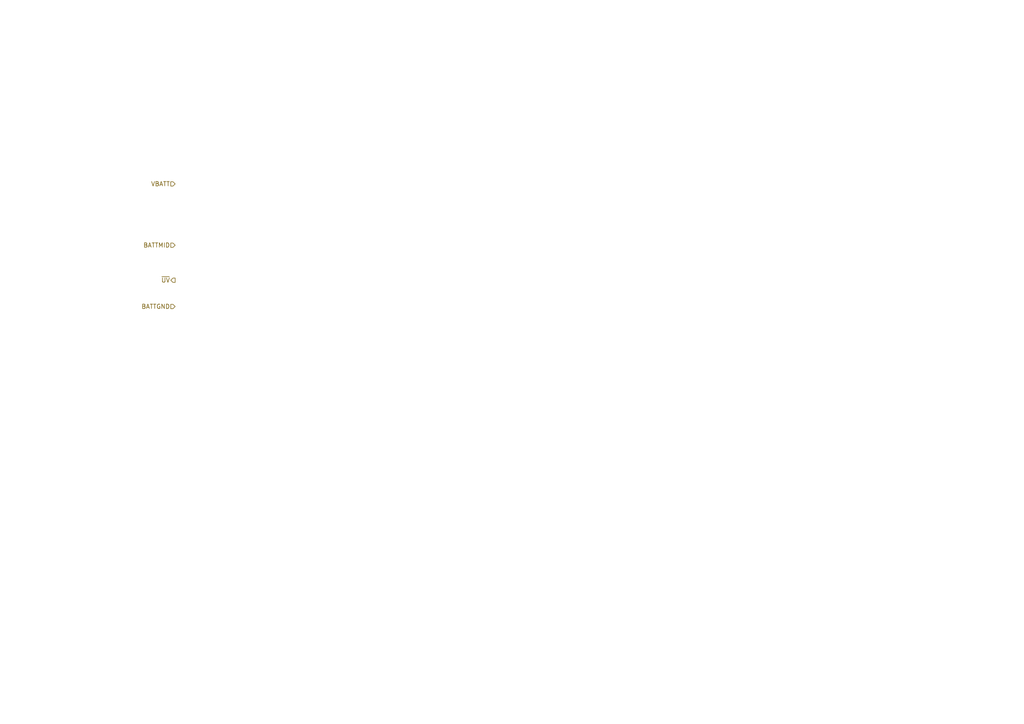
<source format=kicad_sch>
(kicad_sch
	(version 20250114)
	(generator "eeschema")
	(generator_version "9.0")
	(uuid "6fcce95b-f6cc-4bf2-aae7-52ee7fb15c5a")
	(paper "A4")
	(title_block
		(title "Li-Ion pack 4 cell")
		(date "2025-08-05")
		(rev "1.0")
		(company "Egill Milan Gunnarsson")
		(comment 1 "Author")
	)
	(lib_symbols)
	(hierarchical_label "~{UV}"
		(shape output)
		(at 50.8 81.28 180)
		(effects
			(font
				(size 1.27 1.27)
			)
			(justify right)
		)
		(uuid "4a3dd04f-a99f-4e31-a299-e5f654a18466")
	)
	(hierarchical_label "BATTGND"
		(shape input)
		(at 50.8 88.9 180)
		(effects
			(font
				(size 1.27 1.27)
			)
			(justify right)
		)
		(uuid "a6f97221-4eaa-4596-8891-eb73ca0de813")
	)
	(hierarchical_label "VBATT"
		(shape input)
		(at 50.8 53.34 180)
		(effects
			(font
				(size 1.27 1.27)
			)
			(justify right)
		)
		(uuid "dea149ec-b668-4736-81f4-df432c194d57")
	)
	(hierarchical_label "BATTMID"
		(shape input)
		(at 50.8 71.12 180)
		(effects
			(font
				(size 1.27 1.27)
			)
			(justify right)
		)
		(uuid "f7a1fd1d-229a-4954-89a1-1419e62c0533")
	)
)

</source>
